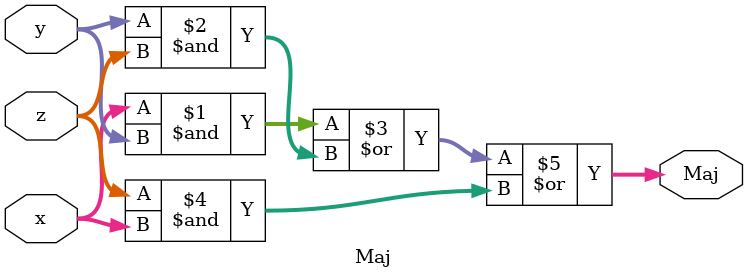
<source format=v>
/*
 * id: 55
 * logic_id: 104
 * name: SHA256核心压缩函数
 * level: 2
 * tags: 
 * points: 1
 */

// round compression function
module sha256_round (
    input [31:0] Kt, Wt,
    input [31:0] a_in, b_in, c_in, d_in, e_in, f_in, g_in, h_in,
    output [31:0] a_out, b_out, c_out, d_out, e_out, f_out, g_out, h_out
    );
// 请在此补充完整
    wire [31:0] t1_res, t2_res, S0_res, S1_res, Ch_res, Maj_res;
    sha256_S0 u_S0 (
        .x(a_in),
        .S0(S0_res)
    );
    sha256_S1 u_S1 (
        .x(e_in),
        .S1(S1_res)
    );
    Ch u_Ch (
        .x(e_in),
        .y(f_in),
        .z(g_in),
        .Ch(Ch_res)
    );
    Maj u_Maj (
        .x(a_in),
        .y(b_in),
        .z(c_in),
        .Maj(Maj_res)
    );
    // t1 = H + S1 + ch + Kt + Wt
    assign t1_res = h_in + S1_res + Ch_res + Kt + Wt;
    // t2 = S0 + Maj(A,B,C)
    assign t2_res = S0_res + Maj_res;
    // (A, B, C, D, E, F, G, H) = (t1+t2, A, B, C, D+t1, E, F, G)
    assign a_out = t1_res + t2_res;
    assign b_out = a_in;
    assign c_out = b_in;
    assign d_out = c_in;
    assign e_out = d_in + t1_res;
    assign f_out = e_in;
    assign g_out = f_in;
    assign h_out = g_in;
endmodule

// S0(x)
// S0 = (A rr 2) xor (A rr 13) xor (A rr 22)
module sha256_S0 (
    input wire [31:0] x,
    output wire [31:0] S0
    );
assign S0 = ({x[1:0], x[31:2]} ^ {x[12:0], x[31:13]} ^ {x[21:0], x[31:22]});
endmodule

// S1(x)
// (E rr 6) xor (E rr 11) xor (E rr 25)
module sha256_S1 (
    input wire [31:0] x,
    output wire [31:0] S1
    );
// 请在此补充完整
    assign S1 = ({x[5:0], x[31:6]} ^ {x[10:0], x[31:11]} ^ {x[24:0], x[31:25]});
endmodule

// Ch(x,y,z)
module Ch (
    input wire [31:0] x, y, z,
    output wire [31:0] Ch
    );
assign Ch = ((x & y) ^ (~x & z));
endmodule

// Maj(x,y,z)
module Maj (
    input wire [31:0] x, y, z,
    output wire [31:0] Maj
    );
// 请在此补充完整
    assign Maj = (x & y) | (y & z) | (z & x);
endmodule
</source>
